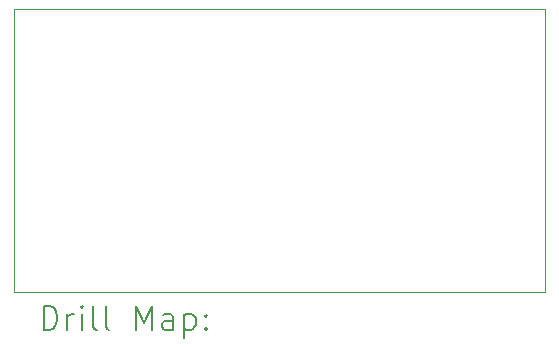
<source format=gbr>
%TF.GenerationSoftware,KiCad,Pcbnew,(6.0.8)*%
%TF.CreationDate,2022-12-06T01:45:32+01:00*%
%TF.ProjectId,Single-DCDC-Converter-Rev2,53696e67-6c65-42d4-9443-44432d436f6e,rev?*%
%TF.SameCoordinates,Original*%
%TF.FileFunction,Drillmap*%
%TF.FilePolarity,Positive*%
%FSLAX45Y45*%
G04 Gerber Fmt 4.5, Leading zero omitted, Abs format (unit mm)*
G04 Created by KiCad (PCBNEW (6.0.8)) date 2022-12-06 01:45:32*
%MOMM*%
%LPD*%
G01*
G04 APERTURE LIST*
%ADD10C,0.100000*%
%ADD11C,0.200000*%
G04 APERTURE END LIST*
D10*
X8400000Y-6320000D02*
X12900000Y-6320000D01*
X12900000Y-6320000D02*
X12900000Y-3920000D01*
X12900000Y-3920000D02*
X8400000Y-3920000D01*
X8400000Y-3920000D02*
X8400000Y-6320000D01*
D11*
X8652619Y-6635476D02*
X8652619Y-6435476D01*
X8700238Y-6435476D01*
X8728810Y-6445000D01*
X8747857Y-6464048D01*
X8757381Y-6483095D01*
X8766905Y-6521190D01*
X8766905Y-6549762D01*
X8757381Y-6587857D01*
X8747857Y-6606905D01*
X8728810Y-6625952D01*
X8700238Y-6635476D01*
X8652619Y-6635476D01*
X8852619Y-6635476D02*
X8852619Y-6502143D01*
X8852619Y-6540238D02*
X8862143Y-6521190D01*
X8871667Y-6511667D01*
X8890714Y-6502143D01*
X8909762Y-6502143D01*
X8976429Y-6635476D02*
X8976429Y-6502143D01*
X8976429Y-6435476D02*
X8966905Y-6445000D01*
X8976429Y-6454524D01*
X8985952Y-6445000D01*
X8976429Y-6435476D01*
X8976429Y-6454524D01*
X9100238Y-6635476D02*
X9081190Y-6625952D01*
X9071667Y-6606905D01*
X9071667Y-6435476D01*
X9205000Y-6635476D02*
X9185952Y-6625952D01*
X9176429Y-6606905D01*
X9176429Y-6435476D01*
X9433571Y-6635476D02*
X9433571Y-6435476D01*
X9500238Y-6578333D01*
X9566905Y-6435476D01*
X9566905Y-6635476D01*
X9747857Y-6635476D02*
X9747857Y-6530714D01*
X9738333Y-6511667D01*
X9719286Y-6502143D01*
X9681190Y-6502143D01*
X9662143Y-6511667D01*
X9747857Y-6625952D02*
X9728810Y-6635476D01*
X9681190Y-6635476D01*
X9662143Y-6625952D01*
X9652619Y-6606905D01*
X9652619Y-6587857D01*
X9662143Y-6568809D01*
X9681190Y-6559286D01*
X9728810Y-6559286D01*
X9747857Y-6549762D01*
X9843095Y-6502143D02*
X9843095Y-6702143D01*
X9843095Y-6511667D02*
X9862143Y-6502143D01*
X9900238Y-6502143D01*
X9919286Y-6511667D01*
X9928810Y-6521190D01*
X9938333Y-6540238D01*
X9938333Y-6597381D01*
X9928810Y-6616428D01*
X9919286Y-6625952D01*
X9900238Y-6635476D01*
X9862143Y-6635476D01*
X9843095Y-6625952D01*
X10024048Y-6616428D02*
X10033571Y-6625952D01*
X10024048Y-6635476D01*
X10014524Y-6625952D01*
X10024048Y-6616428D01*
X10024048Y-6635476D01*
X10024048Y-6511667D02*
X10033571Y-6521190D01*
X10024048Y-6530714D01*
X10014524Y-6521190D01*
X10024048Y-6511667D01*
X10024048Y-6530714D01*
M02*

</source>
